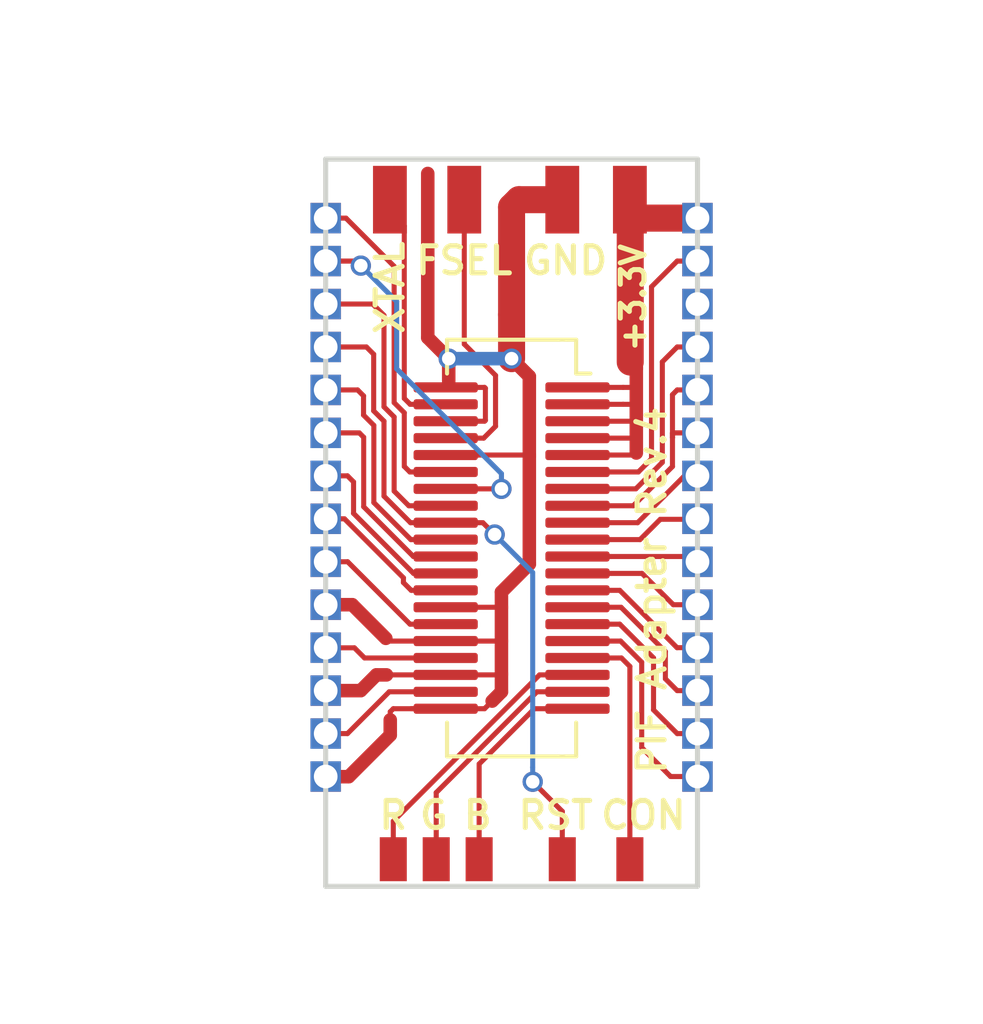
<source format=kicad_pcb>
(kicad_pcb (version 20171130) (host pcbnew "(5.1.5)-3")

  (general
    (thickness 1.6)
    (drawings 20)
    (tracks 210)
    (zones 0)
    (modules 11)
    (nets 31)
  )

  (page A4)
  (title_block
    (title "UltraPIF Adapter")
    (date 2020-03-04)
    (rev 4)
  )

  (layers
    (0 F.Cu signal)
    (31 B.Cu signal)
    (32 B.Adhes user)
    (33 F.Adhes user)
    (34 B.Paste user)
    (35 F.Paste user)
    (36 B.SilkS user)
    (37 F.SilkS user)
    (38 B.Mask user hide)
    (39 F.Mask user hide)
    (40 Dwgs.User user)
    (41 Cmts.User user)
    (42 Eco1.User user)
    (43 Eco2.User user)
    (44 Edge.Cuts user)
    (45 Margin user)
    (46 B.CrtYd user)
    (47 F.CrtYd user)
    (48 B.Fab user hide)
    (49 F.Fab user hide)
  )

  (setup
    (last_trace_width 0.15)
    (user_trace_width 0.4)
    (user_trace_width 0.8)
    (trace_clearance 0.15)
    (zone_clearance 0.508)
    (zone_45_only no)
    (trace_min 0.15)
    (via_size 0.6)
    (via_drill 0.4)
    (via_min_size 0.4)
    (via_min_drill 0.3)
    (uvia_size 0.3)
    (uvia_drill 0.1)
    (uvias_allowed no)
    (uvia_min_size 0.2)
    (uvia_min_drill 0.1)
    (edge_width 0.15)
    (segment_width 0.2)
    (pcb_text_width 0.3)
    (pcb_text_size 1.5 1.5)
    (mod_edge_width 0.15)
    (mod_text_size 1 1)
    (mod_text_width 0.15)
    (pad_size 1.475 2.15)
    (pad_drill 0)
    (pad_to_mask_clearance 0.15)
    (solder_mask_min_width 0.3)
    (aux_axis_origin 141 95.5)
    (visible_elements 7FFFFFFF)
    (pcbplotparams
      (layerselection 0x010f0_ffffffff)
      (usegerberextensions false)
      (usegerberattributes false)
      (usegerberadvancedattributes false)
      (creategerberjobfile false)
      (excludeedgelayer true)
      (linewidth 0.100000)
      (plotframeref false)
      (viasonmask false)
      (mode 1)
      (useauxorigin false)
      (hpglpennumber 1)
      (hpglpenspeed 20)
      (hpglpendiameter 15.000000)
      (psnegative false)
      (psa4output false)
      (plotreference true)
      (plotvalue false)
      (plotinvisibletext false)
      (padsonsilk false)
      (subtractmaskfromsilk false)
      (outputformat 1)
      (mirror false)
      (drillshape 0)
      (scaleselection 1)
      (outputdirectory "gerber"))
  )

  (net 0 "")
  (net 1 /CLK_CIC_EEP)
  (net 2 /RC_POR)
  (net 3 /CIC_DCLK)
  (net 4 /OUTPUT_RST)
  (net 5 /CIC_DIO)
  (net 6 /COLD_RESET)
  (net 7 /NMI_CPU)
  (net 8 /EN_PIF)
  (net 9 /CLK_PIF)
  (net 10 GND)
  (net 11 /ADR_PIF)
  (net 12 /DAT_PIF)
  (net 13 /P1_DAT_OUT)
  (net 14 /P1_DAT_IN)
  (net 15 /P2_DAT_OUT)
  (net 16 /P2_DAT_IN)
  (net 17 /P3_DAT_OUT)
  (net 18 /P3_DAT_IN)
  (net 19 /P4_DAT_OUT)
  (net 20 /P4_DAT_IN)
  (net 21 /EEP_DATA)
  (net 22 /INT_CPU)
  (net 23 /RESET_BTN)
  (net 24 +3V3)
  (net 25 /CLK_FSO_5)
  (net 26 /CLK_FSC)
  (net 27 /CON1)
  (net 28 /RED)
  (net 29 /GREEN)
  (net 30 /BLUE)

  (net_class Default "Dies ist die voreingestellte Netzklasse."
    (clearance 0.15)
    (trace_width 0.15)
    (via_dia 0.6)
    (via_drill 0.4)
    (uvia_dia 0.3)
    (uvia_drill 0.1)
    (add_net +3V3)
    (add_net /ADR_PIF)
    (add_net /BLUE)
    (add_net /CIC_DCLK)
    (add_net /CIC_DIO)
    (add_net /CLK_CIC_EEP)
    (add_net /CLK_FSC)
    (add_net /CLK_FSO_5)
    (add_net /CLK_PIF)
    (add_net /COLD_RESET)
    (add_net /CON1)
    (add_net /DAT_PIF)
    (add_net /EEP_DATA)
    (add_net /EN_PIF)
    (add_net /GREEN)
    (add_net /INT_CPU)
    (add_net /NMI_CPU)
    (add_net /OUTPUT_RST)
    (add_net /P1_DAT_IN)
    (add_net /P1_DAT_OUT)
    (add_net /P2_DAT_IN)
    (add_net /P2_DAT_OUT)
    (add_net /P3_DAT_IN)
    (add_net /P3_DAT_OUT)
    (add_net /P4_DAT_IN)
    (add_net /P4_DAT_OUT)
    (add_net /RC_POR)
    (add_net /RED)
    (add_net /RESET_BTN)
    (add_net GND)
  )

  (module pif_adapter:Hirose_DF12D-40DP-0.5V_2x20_P0.50mm_Vertical (layer F.Cu) (tedit 5E501D29) (tstamp 5E08B416)
    (at 146.5 107 270)
    (tags "connector Hirose DF12 vertical")
    (path /5E090524)
    (attr smd)
    (fp_text reference P1 (at 0 4.2 90) (layer F.SilkS) hide
      (effects (font (size 1 1) (thickness 0.15)))
    )
    (fp_text value Conn_02x20_Odd_Even (at 0 5.6 90) (layer F.Fab)
      (effects (font (size 1 1) (thickness 0.15)))
    )
    (fp_line (start -6.05 1.8) (end -6.05 -1.8) (layer F.Fab) (width 0.1))
    (fp_line (start -6.05 -1.8) (end 6.05 -1.8) (layer F.Fab) (width 0.1))
    (fp_line (start 6.05 -1.8) (end 6.05 1.8) (layer F.Fab) (width 0.1))
    (fp_line (start 6.05 1.8) (end -6.05 1.8) (layer F.Fab) (width 0.1))
    (fp_line (start -5.3 1.2) (end -5.3 -1.2) (layer F.Fab) (width 0.1))
    (fp_line (start -5.3 -1.2) (end 5.3 -1.2) (layer F.Fab) (width 0.1))
    (fp_line (start 5.3 -1.2) (end 5.3 1.2) (layer F.Fab) (width 0.1))
    (fp_line (start 5.3 1.2) (end -5.3 1.2) (layer F.Fab) (width 0.1))
    (fp_line (start -4.95 -2.55) (end -4.75 -1.8) (layer F.Fab) (width 0.1))
    (fp_line (start -4.75 -1.8) (end -4.55 -2.55) (layer F.Fab) (width 0.1))
    (fp_line (start -4.55 -2.55) (end -4.95 -2.55) (layer F.Fab) (width 0.1))
    (fp_line (start -5.16 1.91) (end -6.16 1.91) (layer F.SilkS) (width 0.12))
    (fp_line (start -6.16 1.91) (end -6.16 -1.91) (layer F.SilkS) (width 0.12))
    (fp_line (start -6.16 -1.91) (end -5.16 -1.91) (layer F.SilkS) (width 0.12))
    (fp_line (start -5.16 -1.91) (end -5.16 -2.333333) (layer F.SilkS) (width 0.12))
    (fp_line (start 5.16 1.91) (end 6.16 1.91) (layer F.SilkS) (width 0.12))
    (fp_line (start 6.16 1.91) (end 6.16 -1.91) (layer F.SilkS) (width 0.12))
    (fp_line (start 6.16 -1.91) (end 5.16 -1.91) (layer F.SilkS) (width 0.12))
    (fp_line (start -6.55 -3.1) (end -6.55 3.1) (layer F.CrtYd) (width 0.05))
    (fp_line (start -6.55 3.1) (end 6.55 3.1) (layer F.CrtYd) (width 0.05))
    (fp_line (start 6.55 3.1) (end 6.55 -3.1) (layer F.CrtYd) (width 0.05))
    (fp_line (start 6.55 -3.1) (end -6.55 -3.1) (layer F.CrtYd) (width 0.05))
    (fp_text user %R (at 0 -1.1 90) (layer F.Fab)
      (effects (font (size 1 1) (thickness 0.15)))
    )
    (pad 2 smd roundrect (at -4.75 -1.95 270) (size 0.3 1.9) (layers F.Cu F.Mask) (roundrect_rratio 0.25)
      (net 24 +3V3))
    (pad 4 smd roundrect (at -4.25 -1.95 270) (size 0.3 1.9) (layers F.Cu F.Mask) (roundrect_rratio 0.25)
      (net 24 +3V3))
    (pad 6 smd roundrect (at -3.75 -1.95 270) (size 0.3 1.9) (layers F.Cu F.Mask) (roundrect_rratio 0.25)
      (net 24 +3V3))
    (pad 8 smd roundrect (at -3.25 -1.95 270) (size 0.3 1.9) (layers F.Cu F.Mask) (roundrect_rratio 0.25)
      (net 24 +3V3))
    (pad 10 smd roundrect (at -2.75 -1.95 270) (size 0.3 1.9) (layers F.Cu F.Mask) (roundrect_rratio 0.25)
      (net 24 +3V3))
    (pad 12 smd roundrect (at -2.25 -1.95 270) (size 0.3 1.9) (layers F.Cu F.Mask) (roundrect_rratio 0.25)
      (net 23 /RESET_BTN))
    (pad 14 smd roundrect (at -1.75 -1.95 270) (size 0.3 1.9) (layers F.Cu F.Mask) (roundrect_rratio 0.25)
      (net 22 /INT_CPU))
    (pad 16 smd roundrect (at -1.25 -1.95 270) (size 0.3 1.9) (layers F.Cu F.Mask) (roundrect_rratio 0.25)
      (net 21 /EEP_DATA))
    (pad 18 smd roundrect (at -0.75 -1.95 270) (size 0.3 1.9) (layers F.Cu F.Mask) (roundrect_rratio 0.25)
      (net 20 /P4_DAT_IN))
    (pad 20 smd roundrect (at -0.25 -1.95 270) (size 0.3 1.9) (layers F.Cu F.Mask) (roundrect_rratio 0.25)
      (net 19 /P4_DAT_OUT))
    (pad 22 smd roundrect (at 0.25 -1.95 270) (size 0.3 1.9) (layers F.Cu F.Mask) (roundrect_rratio 0.25)
      (net 18 /P3_DAT_IN))
    (pad 24 smd roundrect (at 0.75 -1.95 270) (size 0.3 1.9) (layers F.Cu F.Mask) (roundrect_rratio 0.25)
      (net 17 /P3_DAT_OUT))
    (pad 26 smd roundrect (at 1.25 -1.95 270) (size 0.3 1.9) (layers F.Cu F.Mask) (roundrect_rratio 0.25)
      (net 16 /P2_DAT_IN))
    (pad 28 smd roundrect (at 1.75 -1.95 270) (size 0.3 1.9) (layers F.Cu F.Mask) (roundrect_rratio 0.25)
      (net 15 /P2_DAT_OUT))
    (pad 30 smd roundrect (at 2.25 -1.95 270) (size 0.3 1.9) (layers F.Cu F.Mask) (roundrect_rratio 0.25)
      (net 14 /P1_DAT_IN))
    (pad 32 smd roundrect (at 2.75 -1.95 270) (size 0.3 1.9) (layers F.Cu F.Mask) (roundrect_rratio 0.25)
      (net 13 /P1_DAT_OUT))
    (pad 34 smd roundrect (at 3.25 -1.95 270) (size 0.3 1.9) (layers F.Cu F.Mask) (roundrect_rratio 0.25)
      (net 27 /CON1))
    (pad 36 smd roundrect (at 3.75 -1.95 270) (size 0.3 1.9) (layers F.Cu F.Mask) (roundrect_rratio 0.25)
      (net 28 /RED))
    (pad 38 smd roundrect (at 4.25 -1.95 270) (size 0.3 1.9) (layers F.Cu F.Mask) (roundrect_rratio 0.25)
      (net 29 /GREEN))
    (pad 40 smd roundrect (at 4.75 -1.95 270) (size 0.3 1.9) (layers F.Cu F.Mask) (roundrect_rratio 0.25)
      (net 30 /BLUE))
    (pad 1 smd roundrect (at -4.75 1.95 270) (size 0.3 1.9) (layers F.Cu F.Mask) (roundrect_rratio 0.25)
      (net 10 GND))
    (pad 3 smd roundrect (at -4.25 1.95 270) (size 0.3 1.9) (layers F.Cu F.Mask) (roundrect_rratio 0.25)
      (net 25 /CLK_FSO_5))
    (pad 5 smd roundrect (at -3.75 1.95 270) (size 0.3 1.9) (layers F.Cu F.Mask) (roundrect_rratio 0.25)
      (net 10 GND))
    (pad 7 smd roundrect (at -3.25 1.95 270) (size 0.3 1.9) (layers F.Cu F.Mask) (roundrect_rratio 0.25)
      (net 26 /CLK_FSC))
    (pad 9 smd roundrect (at -2.75 1.95 270) (size 0.3 1.9) (layers F.Cu F.Mask) (roundrect_rratio 0.25)
      (net 10 GND))
    (pad 11 smd roundrect (at -2.25 1.95 270) (size 0.3 1.9) (layers F.Cu F.Mask) (roundrect_rratio 0.25)
      (net 1 /CLK_CIC_EEP))
    (pad 13 smd roundrect (at -1.75 1.95 270) (size 0.3 1.9) (layers F.Cu F.Mask) (roundrect_rratio 0.25)
      (net 2 /RC_POR))
    (pad 15 smd roundrect (at -1.25 1.95 270) (size 0.3 1.9) (layers F.Cu F.Mask) (roundrect_rratio 0.25)
      (net 3 /CIC_DCLK))
    (pad 17 smd roundrect (at -0.75 1.95 270) (size 0.3 1.9) (layers F.Cu F.Mask) (roundrect_rratio 0.25)
      (net 4 /OUTPUT_RST))
    (pad 19 smd roundrect (at -0.25 1.95 270) (size 0.3 1.9) (layers F.Cu F.Mask) (roundrect_rratio 0.25)
      (net 5 /CIC_DIO))
    (pad 21 smd roundrect (at 0.25 1.95 270) (size 0.3 1.9) (layers F.Cu F.Mask) (roundrect_rratio 0.25)
      (net 6 /COLD_RESET))
    (pad 23 smd roundrect (at 0.75 1.95 270) (size 0.3 1.9) (layers F.Cu F.Mask) (roundrect_rratio 0.25)
      (net 7 /NMI_CPU))
    (pad 25 smd roundrect (at 1.25 1.95 270) (size 0.3 1.9) (layers F.Cu F.Mask) (roundrect_rratio 0.25)
      (net 8 /EN_PIF))
    (pad 27 smd roundrect (at 1.75 1.95 270) (size 0.3 1.9) (layers F.Cu F.Mask) (roundrect_rratio 0.25)
      (net 10 GND))
    (pad 29 smd roundrect (at 2.25 1.95 270) (size 0.3 1.9) (layers F.Cu F.Mask) (roundrect_rratio 0.25)
      (net 9 /CLK_PIF))
    (pad 31 smd roundrect (at 2.75 1.95 270) (size 0.3 1.9) (layers F.Cu F.Mask) (roundrect_rratio 0.25)
      (net 10 GND))
    (pad 33 smd roundrect (at 3.25 1.95 270) (size 0.3 1.9) (layers F.Cu F.Mask) (roundrect_rratio 0.25)
      (net 11 /ADR_PIF))
    (pad 35 smd roundrect (at 3.75 1.95 270) (size 0.3 1.9) (layers F.Cu F.Mask) (roundrect_rratio 0.25)
      (net 10 GND))
    (pad 37 smd roundrect (at 4.25 1.95 270) (size 0.3 1.9) (layers F.Cu F.Mask) (roundrect_rratio 0.25)
      (net 12 /DAT_PIF))
    (pad 39 smd roundrect (at 4.75 1.95 270) (size 0.3 1.9) (layers F.Cu F.Mask) (roundrect_rratio 0.25)
      (net 10 GND))
    (pad "" smd rect (at -4.75 -2 270) (size 0.28 1.2) (layers F.Paste))
    (pad "" smd rect (at -4.25 -2 270) (size 0.28 1.2) (layers F.Paste))
    (pad "" smd rect (at -3.75 -2 270) (size 0.28 1.2) (layers F.Paste))
    (pad "" smd rect (at -3.25 -2 270) (size 0.28 1.2) (layers F.Paste))
    (pad "" smd rect (at -2.75 -2 270) (size 0.28 1.2) (layers F.Paste))
    (pad "" smd rect (at -2.25 -2 270) (size 0.28 1.2) (layers F.Paste))
    (pad "" smd rect (at -1.75 -2 270) (size 0.28 1.2) (layers F.Paste))
    (pad "" smd rect (at -1.25 -2 270) (size 0.28 1.2) (layers F.Paste))
    (pad "" smd rect (at -0.75 -2 270) (size 0.28 1.2) (layers F.Paste))
    (pad "" smd rect (at -0.25 -2 270) (size 0.28 1.2) (layers F.Paste))
    (pad "" smd rect (at 0.25 -2 270) (size 0.28 1.2) (layers F.Paste))
    (pad "" smd rect (at 0.75 -2 270) (size 0.28 1.2) (layers F.Paste))
    (pad "" smd rect (at 1.25 -2 270) (size 0.28 1.2) (layers F.Paste))
    (pad "" smd rect (at 1.75 -2 270) (size 0.28 1.2) (layers F.Paste))
    (pad "" smd rect (at 2.25 -2 270) (size 0.28 1.2) (layers F.Paste))
    (pad "" smd rect (at 2.75 -2 270) (size 0.28 1.2) (layers F.Paste))
    (pad "" smd rect (at 3.25 -2 270) (size 0.28 1.2) (layers F.Paste))
    (pad "" smd rect (at 3.75 -2 270) (size 0.28 1.2) (layers F.Paste))
    (pad "" smd rect (at 4.25 -2 270) (size 0.28 1.2) (layers F.Paste))
    (pad "" smd rect (at 4.75 -2 270) (size 0.28 1.2) (layers F.Paste))
    (pad "" smd rect (at -4.75 2 270) (size 0.28 1.2) (layers F.Paste))
    (pad "" smd rect (at -4.25 2 270) (size 0.28 1.2) (layers F.Paste))
    (pad "" smd rect (at -3.75 2 270) (size 0.28 1.2) (layers F.Paste))
    (pad "" smd rect (at -3.25 2 270) (size 0.28 1.2) (layers F.Paste))
    (pad "" smd rect (at -2.75 2 270) (size 0.28 1.2) (layers F.Paste))
    (pad "" smd rect (at -2.25 2 270) (size 0.28 1.2) (layers F.Paste))
    (pad "" smd rect (at -1.75 2 270) (size 0.28 1.2) (layers F.Paste))
    (pad "" smd rect (at -1.25 2 270) (size 0.28 1.2) (layers F.Paste))
    (pad "" smd rect (at -0.75 2 270) (size 0.28 1.2) (layers F.Paste))
    (pad "" smd rect (at -0.25 2 270) (size 0.28 1.2) (layers F.Paste))
    (pad "" smd rect (at 0.25 2 270) (size 0.28 1.2) (layers F.Paste))
    (pad "" smd rect (at 0.75 2 270) (size 0.28 1.2) (layers F.Paste))
    (pad "" smd rect (at 1.25 2 270) (size 0.28 1.2) (layers F.Paste))
    (pad "" smd rect (at 1.75 2 270) (size 0.28 1.2) (layers F.Paste))
    (pad "" smd rect (at 2.25 2 270) (size 0.28 1.2) (layers F.Paste))
    (pad "" smd rect (at 2.75 2 270) (size 0.28 1.2) (layers F.Paste))
    (pad "" smd rect (at 3.25 2 270) (size 0.28 1.2) (layers F.Paste))
    (pad "" smd rect (at 3.75 2 270) (size 0.28 1.2) (layers F.Paste))
    (pad "" smd rect (at 4.25 2 270) (size 0.28 1.2) (layers F.Paste))
    (pad "" smd rect (at 4.75 2 270) (size 0.28 1.2) (layers F.Paste))
    (pad "" np_thru_hole circle (at -5.8 -1.5 270) (size 0.6 0.6) (drill 0.6) (layers *.Cu *.Mask))
    (pad "" np_thru_hole circle (at 5.8 -1.5 270) (size 0.6 0.6) (drill 0.6) (layers *.Cu *.Mask))
    (model "${KIPRJMOD}/shapes3D/DF12D(4.0)-40DP.stp"
      (at (xyz 0 0 0))
      (scale (xyz 1 1 1))
      (rotate (xyz 0 0 0))
    )
  )

  (module pif_adapter:SOIC28_11mm-Width_Solder_Adapter (layer F.Cu) (tedit 5BF3288A) (tstamp 5E09C4DC)
    (at 146.5 105.5 270)
    (path /5E0A3DF2)
    (fp_text reference P2 (at 0 2.5 90) (layer F.SilkS) hide
      (effects (font (size 1 1) (thickness 0.15)))
    )
    (fp_text value PIF-NUS (at 0 -2.4 90) (layer F.Fab) hide
      (effects (font (size 1 1) (thickness 0.15)))
    )
    (pad 28 thru_hole rect (at -8.255 -5.5 270) (size 0.9 0.9) (drill 0.7) (layers *.Cu *.Mask)
      (net 24 +3V3))
    (pad 27 thru_hole rect (at -6.985 -5.5 270) (size 0.9 0.9) (drill 0.7) (layers *.Cu *.Mask)
      (net 23 /RESET_BTN))
    (pad 26 thru_hole rect (at -5.715 -5.5 270) (size 0.9 0.9) (drill 0.7) (layers *.Cu *.Mask))
    (pad 25 thru_hole rect (at -4.445 -5.5 270) (size 0.9 0.9) (drill 0.7) (layers *.Cu *.Mask)
      (net 22 /INT_CPU))
    (pad 24 thru_hole rect (at -3.175 -5.5 270) (size 0.9 0.9) (drill 0.7) (layers *.Cu *.Mask)
      (net 21 /EEP_DATA))
    (pad 23 thru_hole rect (at -1.905 -5.5 270) (size 0.9 0.9) (drill 0.7) (layers *.Cu *.Mask)
      (net 21 /EEP_DATA))
    (pad 22 thru_hole rect (at -0.635 -5.5 270) (size 0.9 0.9) (drill 0.7) (layers *.Cu *.Mask)
      (net 20 /P4_DAT_IN))
    (pad 21 thru_hole rect (at 0.635 -5.5 270) (size 0.9 0.9) (drill 0.7) (layers *.Cu *.Mask)
      (net 19 /P4_DAT_OUT))
    (pad 20 thru_hole rect (at 1.905 -5.5 270) (size 0.9 0.9) (drill 0.7) (layers *.Cu *.Mask)
      (net 18 /P3_DAT_IN))
    (pad 19 thru_hole rect (at 3.175 -5.5 270) (size 0.9 0.9) (drill 0.7) (layers *.Cu *.Mask)
      (net 17 /P3_DAT_OUT))
    (pad 18 thru_hole rect (at 4.445 -5.5 270) (size 0.9 0.9) (drill 0.7) (layers *.Cu *.Mask)
      (net 16 /P2_DAT_IN))
    (pad 17 thru_hole rect (at 5.715 -5.5 270) (size 0.9 0.9) (drill 0.7) (layers *.Cu *.Mask)
      (net 15 /P2_DAT_OUT))
    (pad 16 thru_hole rect (at 6.985 -5.5 270) (size 0.9 0.9) (drill 0.7) (layers *.Cu *.Mask)
      (net 14 /P1_DAT_IN))
    (pad 15 thru_hole rect (at 8.255 -5.5 270) (size 0.9 0.9) (drill 0.7) (layers *.Cu *.Mask)
      (net 13 /P1_DAT_OUT))
    (pad 14 thru_hole rect (at 8.255 5.5 270) (size 0.9 0.9) (drill 0.7) (layers *.Cu *.Mask)
      (net 10 GND))
    (pad 13 thru_hole rect (at 6.985 5.5 270) (size 0.9 0.9) (drill 0.7) (layers *.Cu *.Mask)
      (net 12 /DAT_PIF))
    (pad 12 thru_hole rect (at 5.715 5.5 270) (size 0.9 0.9) (drill 0.7) (layers *.Cu *.Mask)
      (net 10 GND))
    (pad 11 thru_hole rect (at 4.445 5.5 270) (size 0.9 0.9) (drill 0.7) (layers *.Cu *.Mask)
      (net 11 /ADR_PIF))
    (pad 10 thru_hole rect (at 3.175 5.5 270) (size 0.9 0.9) (drill 0.7) (layers *.Cu *.Mask)
      (net 10 GND))
    (pad 9 thru_hole rect (at 1.905 5.5 270) (size 0.9 0.9) (drill 0.7) (layers *.Cu *.Mask)
      (net 9 /CLK_PIF))
    (pad 8 thru_hole rect (at 0.635 5.5 270) (size 0.9 0.9) (drill 0.7) (layers *.Cu *.Mask)
      (net 8 /EN_PIF))
    (pad 7 thru_hole rect (at -0.635 5.5 270) (size 0.9 0.9) (drill 0.7) (layers *.Cu *.Mask)
      (net 7 /NMI_CPU))
    (pad 6 thru_hole rect (at -1.905 5.5 270) (size 0.9 0.9) (drill 0.7) (layers *.Cu *.Mask)
      (net 6 /COLD_RESET))
    (pad 5 thru_hole rect (at -3.175 5.5 270) (size 0.9 0.9) (drill 0.7) (layers *.Cu *.Mask)
      (net 5 /CIC_DIO))
    (pad 4 thru_hole rect (at -4.445 5.5 270) (size 0.9 0.9) (drill 0.7) (layers *.Cu *.Mask)
      (net 4 /OUTPUT_RST))
    (pad 3 thru_hole rect (at -5.715 5.5 270) (size 0.9 0.9) (drill 0.7) (layers *.Cu *.Mask)
      (net 3 /CIC_DCLK))
    (pad 2 thru_hole rect (at -6.985 5.5 270) (size 0.9 0.9) (drill 0.7) (layers *.Cu *.Mask)
      (net 2 /RC_POR))
    (pad 1 thru_hole rect (at -8.255 5.5 270) (size 0.9 0.9) (drill 0.7) (layers *.Cu *.Mask)
      (net 1 /CLK_CIC_EEP))
  )

  (module pif_adapter:SolderWirePad_1x01_SMD_1x2mm (layer F.Cu) (tedit 5E08B24B) (tstamp 5E08B47C)
    (at 145.1 96.7)
    (descr "Wire Pad, Square, SMD Pad,  5mm x 10mm,")
    (tags "MesurementPoint Square SMDPad 5mmx10mm ")
    (path /5E0A515D)
    (attr smd virtual)
    (fp_text reference P6 (at 0 -1.8) (layer F.SilkS) hide
      (effects (font (size 1 1) (thickness 0.15)))
    )
    (fp_text value Conn_01x01 (at 0 3.3) (layer F.Fab)
      (effects (font (size 1 1) (thickness 0.15)))
    )
    (fp_text user %R (at 0 1.9) (layer F.Fab)
      (effects (font (size 1 1) (thickness 0.15)))
    )
    (fp_line (start 0.6 1.1) (end 0.6 -1.1) (layer F.CrtYd) (width 0.05))
    (fp_line (start -0.6 -1.1) (end -0.6 1.1) (layer F.CrtYd) (width 0.05))
    (fp_line (start -0.6 -1.1) (end 0.6 -1.1) (layer F.CrtYd) (width 0.05))
    (fp_line (start -0.6 1.1) (end 0.6 1.1) (layer F.CrtYd) (width 0.05))
    (pad 1 smd rect (at 0 0) (size 1 2) (layers F.Cu F.Paste F.Mask)
      (net 26 /CLK_FSC))
  )

  (module pif_adapter:SolderWirePad_1x01_SMD_1x2mm (layer F.Cu) (tedit 5E08B24B) (tstamp 5E08B472)
    (at 142.9 96.7)
    (descr "Wire Pad, Square, SMD Pad,  5mm x 10mm,")
    (tags "MesurementPoint Square SMDPad 5mmx10mm ")
    (path /5E0A4ED2)
    (attr smd virtual)
    (fp_text reference P5 (at 0 -1.8) (layer F.SilkS) hide
      (effects (font (size 1 1) (thickness 0.15)))
    )
    (fp_text value Conn_01x01 (at 0 3.3) (layer F.Fab)
      (effects (font (size 1 1) (thickness 0.15)))
    )
    (fp_text user %R (at 0 1.9) (layer F.Fab)
      (effects (font (size 1 1) (thickness 0.15)))
    )
    (fp_line (start 0.6 1.1) (end 0.6 -1.1) (layer F.CrtYd) (width 0.05))
    (fp_line (start -0.6 -1.1) (end -0.6 1.1) (layer F.CrtYd) (width 0.05))
    (fp_line (start -0.6 -1.1) (end 0.6 -1.1) (layer F.CrtYd) (width 0.05))
    (fp_line (start -0.6 1.1) (end 0.6 1.1) (layer F.CrtYd) (width 0.05))
    (pad 1 smd rect (at 0 0) (size 1 2) (layers F.Cu F.Paste F.Mask)
      (net 25 /CLK_FSO_5))
  )

  (module pif_adapter:SolderWirePad_1x01_SMD_1x2mm (layer F.Cu) (tedit 5E08B24B) (tstamp 5E08B468)
    (at 148 96.7)
    (descr "Wire Pad, Square, SMD Pad,  5mm x 10mm,")
    (tags "MesurementPoint Square SMDPad 5mmx10mm ")
    (path /5E0A4B75)
    (attr smd virtual)
    (fp_text reference P4 (at 0 -1.8) (layer F.SilkS) hide
      (effects (font (size 1 1) (thickness 0.15)))
    )
    (fp_text value Conn_01x01 (at 0 3.3) (layer F.Fab)
      (effects (font (size 1 1) (thickness 0.15)))
    )
    (fp_text user %R (at 0 1.9) (layer F.Fab)
      (effects (font (size 1 1) (thickness 0.15)))
    )
    (fp_line (start 0.6 1.1) (end 0.6 -1.1) (layer F.CrtYd) (width 0.05))
    (fp_line (start -0.6 -1.1) (end -0.6 1.1) (layer F.CrtYd) (width 0.05))
    (fp_line (start -0.6 -1.1) (end 0.6 -1.1) (layer F.CrtYd) (width 0.05))
    (fp_line (start -0.6 1.1) (end 0.6 1.1) (layer F.CrtYd) (width 0.05))
    (pad 1 smd rect (at 0 0) (size 1 2) (layers F.Cu F.Paste F.Mask)
      (net 10 GND))
  )

  (module pif_adapter:SolderWirePad_1x01_SMD_1x2mm (layer F.Cu) (tedit 5E08B24B) (tstamp 5E08B45E)
    (at 150 96.7)
    (descr "Wire Pad, Square, SMD Pad,  5mm x 10mm,")
    (tags "MesurementPoint Square SMDPad 5mmx10mm ")
    (path /5E09AA02)
    (attr smd virtual)
    (fp_text reference P3 (at 0 -1.8) (layer F.SilkS) hide
      (effects (font (size 1 1) (thickness 0.15)))
    )
    (fp_text value Conn_01x01 (at 0 3.3) (layer F.Fab)
      (effects (font (size 1 1) (thickness 0.15)))
    )
    (fp_text user %R (at 0 1.9) (layer F.Fab)
      (effects (font (size 1 1) (thickness 0.15)))
    )
    (fp_line (start 0.6 1.1) (end 0.6 -1.1) (layer F.CrtYd) (width 0.05))
    (fp_line (start -0.6 -1.1) (end -0.6 1.1) (layer F.CrtYd) (width 0.05))
    (fp_line (start -0.6 -1.1) (end 0.6 -1.1) (layer F.CrtYd) (width 0.05))
    (fp_line (start -0.6 1.1) (end 0.6 1.1) (layer F.CrtYd) (width 0.05))
    (pad 1 smd rect (at 0 0) (size 1 2) (layers F.Cu F.Paste F.Mask)
      (net 24 +3V3))
  )

  (module pif_adapter:SolderWirePad_1x01_SMD_0.8x1.3mm (layer F.Cu) (tedit 5E0875E7) (tstamp 5E08B4AE)
    (at 148 116.2)
    (descr "Wire Pad, Square, SMD Pad,  5mm x 10mm,")
    (tags "MesurementPoint Square SMDPad 5mmx10mm ")
    (path /5E0A68BF)
    (fp_text reference P11 (at 0 1.7) (layer F.SilkS) hide
      (effects (font (size 1 1) (thickness 0.15)))
    )
    (fp_text value Conn_01x01 (at 0 6.35) (layer F.Fab)
      (effects (font (size 1 1) (thickness 0.15)))
    )
    (fp_line (start -0.6 0.85) (end 0.6 0.85) (layer F.CrtYd) (width 0.05))
    (fp_line (start -0.6 -0.85) (end 0.6 -0.85) (layer F.CrtYd) (width 0.05))
    (fp_line (start -0.6 -0.85) (end -0.6 0.85) (layer F.CrtYd) (width 0.05))
    (fp_line (start 0.6 0.85) (end 0.6 -0.85) (layer F.CrtYd) (width 0.05))
    (fp_text user %R (at 0 0) (layer F.Fab)
      (effects (font (size 1 1) (thickness 0.15)))
    )
    (pad 1 smd rect (at 0 0) (size 0.8 1.3) (layers F.Cu F.Paste F.Mask)
      (net 4 /OUTPUT_RST))
  )

  (module pif_adapter:SolderWirePad_1x01_SMD_0.8x1.3mm (layer F.Cu) (tedit 5E0875E7) (tstamp 5E08B4A4)
    (at 150 116.2)
    (descr "Wire Pad, Square, SMD Pad,  5mm x 10mm,")
    (tags "MesurementPoint Square SMDPad 5mmx10mm ")
    (path /5E0A5D2A)
    (fp_text reference P10 (at 0 1.7) (layer F.SilkS) hide
      (effects (font (size 1 1) (thickness 0.15)))
    )
    (fp_text value Conn_01x01 (at 0 6.35) (layer F.Fab)
      (effects (font (size 1 1) (thickness 0.15)))
    )
    (fp_line (start -0.6 0.85) (end 0.6 0.85) (layer F.CrtYd) (width 0.05))
    (fp_line (start -0.6 -0.85) (end 0.6 -0.85) (layer F.CrtYd) (width 0.05))
    (fp_line (start -0.6 -0.85) (end -0.6 0.85) (layer F.CrtYd) (width 0.05))
    (fp_line (start 0.6 0.85) (end 0.6 -0.85) (layer F.CrtYd) (width 0.05))
    (fp_text user %R (at 0 0) (layer F.Fab)
      (effects (font (size 1 1) (thickness 0.15)))
    )
    (pad 1 smd rect (at 0 0) (size 0.8 1.3) (layers F.Cu F.Paste F.Mask)
      (net 27 /CON1))
  )

  (module pif_adapter:SolderWirePad_1x01_SMD_0.8x1.3mm (layer F.Cu) (tedit 5E0875E7) (tstamp 5E08B49A)
    (at 145.54 116.2)
    (descr "Wire Pad, Square, SMD Pad,  5mm x 10mm,")
    (tags "MesurementPoint Square SMDPad 5mmx10mm ")
    (path /5E0A5ACD)
    (fp_text reference P9 (at 0 1.7) (layer F.SilkS) hide
      (effects (font (size 1 1) (thickness 0.15)))
    )
    (fp_text value Conn_01x01 (at 0 6.35) (layer F.Fab)
      (effects (font (size 1 1) (thickness 0.15)))
    )
    (fp_line (start -0.6 0.85) (end 0.6 0.85) (layer F.CrtYd) (width 0.05))
    (fp_line (start -0.6 -0.85) (end 0.6 -0.85) (layer F.CrtYd) (width 0.05))
    (fp_line (start -0.6 -0.85) (end -0.6 0.85) (layer F.CrtYd) (width 0.05))
    (fp_line (start 0.6 0.85) (end 0.6 -0.85) (layer F.CrtYd) (width 0.05))
    (fp_text user %R (at 0 0) (layer F.Fab)
      (effects (font (size 1 1) (thickness 0.15)))
    )
    (pad 1 smd rect (at 0 0) (size 0.8 1.3) (layers F.Cu F.Paste F.Mask)
      (net 30 /BLUE))
  )

  (module pif_adapter:SolderWirePad_1x01_SMD_0.8x1.3mm (layer F.Cu) (tedit 5E0875E7) (tstamp 5E08B490)
    (at 144.27 116.2)
    (descr "Wire Pad, Square, SMD Pad,  5mm x 10mm,")
    (tags "MesurementPoint Square SMDPad 5mmx10mm ")
    (path /5E0A57BF)
    (attr smd virtual)
    (fp_text reference P8 (at 0.03 1.7) (layer F.SilkS) hide
      (effects (font (size 1 1) (thickness 0.15)))
    )
    (fp_text value Conn_01x01 (at 0 6.35) (layer F.Fab)
      (effects (font (size 1 1) (thickness 0.15)))
    )
    (fp_line (start -0.6 0.85) (end 0.6 0.85) (layer F.CrtYd) (width 0.05))
    (fp_line (start -0.6 -0.85) (end 0.6 -0.85) (layer F.CrtYd) (width 0.05))
    (fp_line (start -0.6 -0.85) (end -0.6 0.85) (layer F.CrtYd) (width 0.05))
    (fp_line (start 0.6 0.85) (end 0.6 -0.85) (layer F.CrtYd) (width 0.05))
    (fp_text user %R (at 0 0) (layer F.Fab)
      (effects (font (size 1 1) (thickness 0.15)))
    )
    (pad 1 smd rect (at 0 0) (size 0.8 1.3) (layers F.Cu F.Paste F.Mask)
      (net 29 /GREEN))
  )

  (module pif_adapter:SolderWirePad_1x01_SMD_0.8x1.3mm (layer F.Cu) (tedit 5E0875E7) (tstamp 5E092EEF)
    (at 143 116.2)
    (descr "Wire Pad, Square, SMD Pad,  5mm x 10mm,")
    (tags "MesurementPoint Square SMDPad 5mmx10mm ")
    (path /5E0A5391)
    (fp_text reference P7 (at 0 1.7) (layer F.SilkS) hide
      (effects (font (size 1 1) (thickness 0.15)))
    )
    (fp_text value Conn_01x01 (at 0 6.35) (layer F.Fab)
      (effects (font (size 1 1) (thickness 0.15)))
    )
    (fp_line (start -0.6 0.85) (end 0.6 0.85) (layer F.CrtYd) (width 0.05))
    (fp_line (start -0.6 -0.85) (end 0.6 -0.85) (layer F.CrtYd) (width 0.05))
    (fp_line (start -0.6 -0.85) (end -0.6 0.85) (layer F.CrtYd) (width 0.05))
    (fp_line (start 0.6 0.85) (end 0.6 -0.85) (layer F.CrtYd) (width 0.05))
    (fp_text user %R (at 0 0) (layer F.Fab)
      (effects (font (size 1 1) (thickness 0.15)))
    )
    (pad 1 smd rect (at 0 0) (size 0.8 1.3) (layers F.Cu F.Paste F.Mask)
      (net 28 /RED))
  )

  (gr_text RST (at 147.8 114.9) (layer F.SilkS) (tstamp 5E0930EA)
    (effects (font (size 0.8 0.8) (thickness 0.15)))
  )
  (dimension 11 (width 0.3) (layer Dwgs.User)
    (gr_text "11,000 mm" (at 146.5 122.45) (layer Dwgs.User)
      (effects (font (size 1.5 1.5) (thickness 0.3)))
    )
    (feature1 (pts (xy 152 117.95) (xy 152 120.936421)))
    (feature2 (pts (xy 141 117.95) (xy 141 120.936421)))
    (crossbar (pts (xy 141 120.35) (xy 152 120.35)))
    (arrow1a (pts (xy 152 120.35) (xy 150.873496 120.936421)))
    (arrow1b (pts (xy 152 120.35) (xy 150.873496 119.763579)))
    (arrow2a (pts (xy 141 120.35) (xy 142.126504 120.936421)))
    (arrow2b (pts (xy 141 120.35) (xy 142.126504 119.763579)))
  )
  (gr_text B (at 145.5 114.9) (layer F.SilkS) (tstamp 5910B50A)
    (effects (font (size 0.8 0.8) (thickness 0.15)))
  )
  (gr_text G (at 144.2 114.9) (layer F.SilkS) (tstamp 5910B504)
    (effects (font (size 0.8 0.8) (thickness 0.15)))
  )
  (gr_text R (at 143 114.9) (layer F.SilkS) (tstamp 5E086538)
    (effects (font (size 0.8 0.8) (thickness 0.15)))
  )
  (gr_text CON (at 150.4 114.9) (layer F.SilkS)
    (effects (font (size 0.8 0.8) (thickness 0.15)))
  )
  (gr_text !!! (at 159.1 96.2) (layer Dwgs.User)
    (effects (font (size 1.5 1.5) (thickness 0.3)))
  )
  (dimension 3.25 (width 0.3) (layer Dwgs.User)
    (gr_text "3,250 mm" (at 156.6 115.375 270) (layer Dwgs.User)
      (effects (font (size 1.5 1.5) (thickness 0.3)))
    )
    (feature1 (pts (xy 152 117) (xy 155.086421 117)))
    (feature2 (pts (xy 152 113.75) (xy 155.086421 113.75)))
    (crossbar (pts (xy 154.5 113.75) (xy 154.5 117)))
    (arrow1a (pts (xy 154.5 117) (xy 153.913579 115.873496)))
    (arrow1b (pts (xy 154.5 117) (xy 155.086421 115.873496)))
    (arrow2a (pts (xy 154.5 113.75) (xy 153.913579 114.876504)))
    (arrow2b (pts (xy 154.5 113.75) (xy 155.086421 114.876504)))
  )
  (dimension 1.75 (width 0.3) (layer Dwgs.User)
    (gr_text "1,750 mm" (at 157.1 96.375 270) (layer Dwgs.User)
      (effects (font (size 1.5 1.5) (thickness 0.3)))
    )
    (feature1 (pts (xy 152 97.25) (xy 155.586421 97.25)))
    (feature2 (pts (xy 152 95.5) (xy 155.586421 95.5)))
    (crossbar (pts (xy 155 95.5) (xy 155 97.25)))
    (arrow1a (pts (xy 155 97.25) (xy 154.413579 96.123496)))
    (arrow1b (pts (xy 155 97.25) (xy 155.586421 96.123496)))
    (arrow2a (pts (xy 155 95.5) (xy 154.413579 96.626504)))
    (arrow2b (pts (xy 155 95.5) (xy 155.586421 96.626504)))
  )
  (gr_text "PIF Adapter Rev.4" (at 150.65 108.25 90) (layer F.SilkS) (tstamp 58C19E48)
    (effects (font (size 0.8 0.8) (thickness 0.15)))
  )
  (gr_text +3.3V (at 150.1 99.6 90) (layer F.SilkS) (tstamp 58C19E32)
    (effects (font (size 0.7 0.7) (thickness 0.15)))
  )
  (gr_text GND (at 148.1 98.5) (layer F.SilkS) (tstamp 58C19E2E)
    (effects (font (size 0.8 0.8) (thickness 0.15)))
  )
  (gr_text FSEL (at 145.1 98.5) (layer F.SilkS) (tstamp 5E516A1A)
    (effects (font (size 0.8 0.8) (thickness 0.15)))
  )
  (gr_text XTAL (at 142.9 99.3 90) (layer F.SilkS)
    (effects (font (size 0.8 0.8) (thickness 0.15)))
  )
  (gr_line (start 152 117) (end 152 95.5) (layer Edge.Cuts) (width 0.15))
  (gr_line (start 141 117) (end 152 117) (layer Edge.Cuts) (width 0.15))
  (dimension 21.5 (width 0.3) (layer Dwgs.User) (tstamp 5E09336E)
    (gr_text "21,500 mm" (at 136.9 106.25 270) (layer Dwgs.User) (tstamp 5E09336E)
      (effects (font (size 1.5 1.5) (thickness 0.3)))
    )
    (feature1 (pts (xy 141 117) (xy 138.413579 117)))
    (feature2 (pts (xy 141 95.5) (xy 138.413579 95.5)))
    (crossbar (pts (xy 139 95.5) (xy 139 117)))
    (arrow1a (pts (xy 139 117) (xy 138.413579 115.873496)))
    (arrow1b (pts (xy 139 117) (xy 139.586421 115.873496)))
    (arrow2a (pts (xy 139 95.5) (xy 138.413579 96.626504)))
    (arrow2b (pts (xy 139 95.5) (xy 139.586421 96.626504)))
  )
  (dimension 13 (width 0.3) (layer Dwgs.User)
    (gr_text "13,000 mm" (at 146.5 92.65) (layer Dwgs.User)
      (effects (font (size 1.5 1.5) (thickness 0.3)))
    )
    (feature1 (pts (xy 153 95) (xy 153 91.3)))
    (feature2 (pts (xy 140 95) (xy 140 91.3)))
    (crossbar (pts (xy 140 94) (xy 153 94)))
    (arrow1a (pts (xy 153 94) (xy 151.873496 94.586421)))
    (arrow1b (pts (xy 153 94) (xy 151.873496 93.413579)))
    (arrow2a (pts (xy 140 94) (xy 141.126504 94.586421)))
    (arrow2b (pts (xy 140 94) (xy 141.126504 93.413579)))
  )
  (gr_line (start 141 95.5) (end 141 117) (layer Edge.Cuts) (width 0.15))
  (gr_line (start 141 95.5) (end 152 95.5) (layer Edge.Cuts) (width 0.15))

  (segment (start 141.6 97.245) (end 141 97.245) (width 0.15) (layer F.Cu) (net 1))
  (segment (start 143.49 104.75) (end 143.325 104.585) (width 0.15) (layer F.Cu) (net 1))
  (segment (start 143.325 104.585) (end 143.325 103) (width 0.15) (layer F.Cu) (net 1))
  (segment (start 144.55 104.75) (end 143.49 104.75) (width 0.15) (layer F.Cu) (net 1))
  (segment (start 143.02499 102.69999) (end 143.02499 98.66999) (width 0.15) (layer F.Cu) (net 1))
  (segment (start 143.02499 98.66999) (end 141.6 97.245) (width 0.15) (layer F.Cu) (net 1))
  (segment (start 143.325 103) (end 143.02499 102.69999) (width 0.15) (layer F.Cu) (net 1))
  (via (at 142.04 98.65) (size 0.6) (drill 0.4) (layers F.Cu B.Cu) (net 2))
  (via (at 146.2 105.25) (size 0.6) (drill 0.4) (layers F.Cu B.Cu) (net 2))
  (segment (start 144.55 105.25) (end 146.2 105.25) (width 0.15) (layer F.Cu) (net 2))
  (segment (start 141.905 98.515) (end 142.04 98.65) (width 0.15) (layer F.Cu) (net 2))
  (segment (start 141 98.515) (end 141.905 98.515) (width 0.15) (layer F.Cu) (net 2))
  (segment (start 146.2 104.8) (end 146.2 105.25) (width 0.15) (layer B.Cu) (net 2))
  (segment (start 142.04 98.65) (end 143.1 99.71) (width 0.15) (layer B.Cu) (net 2))
  (segment (start 143.1 101.7) (end 146.2 104.8) (width 0.15) (layer B.Cu) (net 2))
  (segment (start 143.1 99.71) (end 143.1 101.7) (width 0.15) (layer B.Cu) (net 2))
  (segment (start 143.46 105.75) (end 143.02499 105.31499) (width 0.15) (layer F.Cu) (net 3))
  (segment (start 142.38998 99.785) (end 141 99.785) (width 0.15) (layer F.Cu) (net 3))
  (segment (start 144.55 105.75) (end 143.46 105.75) (width 0.15) (layer F.Cu) (net 3))
  (segment (start 142.72498 102.824258) (end 142.72498 100.12) (width 0.15) (layer F.Cu) (net 3))
  (segment (start 143.02499 105.31499) (end 143.02499 103.124268) (width 0.15) (layer F.Cu) (net 3))
  (segment (start 142.72498 100.12) (end 142.38998 99.785) (width 0.15) (layer F.Cu) (net 3))
  (segment (start 143.02499 103.124268) (end 142.72498 102.824258) (width 0.15) (layer F.Cu) (net 3))
  (via (at 145.999996 106.6) (size 0.6) (drill 0.4) (layers F.Cu B.Cu) (net 4))
  (segment (start 145.649996 106.25) (end 145.999996 106.6) (width 0.15) (layer F.Cu) (net 4))
  (segment (start 144.55 106.25) (end 145.649996 106.25) (width 0.15) (layer F.Cu) (net 4))
  (segment (start 142.205 101.055) (end 141 101.055) (width 0.15) (layer F.Cu) (net 4))
  (segment (start 142.42 101.27) (end 142.205 101.055) (width 0.15) (layer F.Cu) (net 4))
  (segment (start 143.51 106.25) (end 142.72498 105.46498) (width 0.15) (layer F.Cu) (net 4))
  (segment (start 144.55 106.25) (end 143.51 106.25) (width 0.15) (layer F.Cu) (net 4))
  (segment (start 142.72498 105.46498) (end 142.72498 103.248536) (width 0.15) (layer F.Cu) (net 4))
  (segment (start 142.42 102.943556) (end 142.42 101.27) (width 0.15) (layer F.Cu) (net 4))
  (segment (start 142.72498 103.248536) (end 142.42 102.943556) (width 0.15) (layer F.Cu) (net 4))
  (via (at 147.125 113.910008) (size 0.6) (drill 0.4) (layers F.Cu B.Cu) (net 4))
  (segment (start 147.125 113.485744) (end 147.125 113.910008) (width 0.15) (layer B.Cu) (net 4))
  (segment (start 147.125 107.725004) (end 147.125 113.485744) (width 0.15) (layer B.Cu) (net 4))
  (segment (start 145.999996 106.6) (end 147.125 107.725004) (width 0.15) (layer B.Cu) (net 4))
  (segment (start 147.424999 114.210007) (end 147.125 113.910008) (width 0.15) (layer F.Cu) (net 4))
  (segment (start 148 116.2) (end 148 114.785008) (width 0.15) (layer F.Cu) (net 4))
  (segment (start 148 114.785008) (end 147.424999 114.210007) (width 0.15) (layer F.Cu) (net 4))
  (segment (start 143.52 106.75) (end 144.55 106.75) (width 0.15) (layer F.Cu) (net 5))
  (segment (start 142.42497 105.65497) (end 143.52 106.75) (width 0.15) (layer F.Cu) (net 5))
  (segment (start 141 102.325) (end 141.945 102.325) (width 0.15) (layer F.Cu) (net 5))
  (segment (start 142.119991 102.499991) (end 142.119991 103.067825) (width 0.15) (layer F.Cu) (net 5))
  (segment (start 141.945 102.325) (end 142.119991 102.499991) (width 0.15) (layer F.Cu) (net 5))
  (segment (start 142.119991 103.067825) (end 142.42497 103.372804) (width 0.15) (layer F.Cu) (net 5))
  (segment (start 142.42497 103.372804) (end 142.42497 105.65497) (width 0.15) (layer F.Cu) (net 5))
  (segment (start 142.12496 105.779238) (end 143.595722 107.25) (width 0.15) (layer F.Cu) (net 6))
  (segment (start 143.595722 107.25) (end 144.55 107.25) (width 0.15) (layer F.Cu) (net 6))
  (segment (start 142.12496 103.72496) (end 142.12496 105.779238) (width 0.15) (layer F.Cu) (net 6))
  (segment (start 141 103.595) (end 141.995 103.595) (width 0.15) (layer F.Cu) (net 6))
  (segment (start 141.995 103.595) (end 142.12496 103.72496) (width 0.15) (layer F.Cu) (net 6))
  (segment (start 141 104.865) (end 141.645 104.865) (width 0.15) (layer F.Cu) (net 7))
  (segment (start 141.824951 105.044951) (end 141.824951 105.974951) (width 0.15) (layer F.Cu) (net 7))
  (segment (start 141.645 104.865) (end 141.824951 105.044951) (width 0.15) (layer F.Cu) (net 7))
  (segment (start 141.824951 105.974951) (end 143.6 107.75) (width 0.15) (layer F.Cu) (net 7))
  (segment (start 143.6 107.75) (end 144.55 107.75) (width 0.15) (layer F.Cu) (net 7))
  (segment (start 143.3 108.02) (end 143.53 108.25) (width 0.15) (layer F.Cu) (net 8))
  (segment (start 143.3 107.88) (end 143.3 108.02) (width 0.15) (layer F.Cu) (net 8))
  (segment (start 141 106.135) (end 141.555 106.135) (width 0.15) (layer F.Cu) (net 8))
  (segment (start 143.53 108.25) (end 144.55 108.25) (width 0.15) (layer F.Cu) (net 8))
  (segment (start 141.555 106.135) (end 143.3 107.88) (width 0.15) (layer F.Cu) (net 8))
  (segment (start 141.65 107.405) (end 141 107.405) (width 0.15) (layer F.Cu) (net 9))
  (segment (start 143.925 109.25) (end 143.495 109.25) (width 0.15) (layer F.Cu) (net 9))
  (segment (start 143.495 109.25) (end 141.65 107.405) (width 0.15) (layer F.Cu) (net 9))
  (segment (start 142.91 111.84) (end 143 111.75) (width 0.15) (layer F.Cu) (net 10))
  (segment (start 143.925 109.75) (end 144.75 109.75) (width 0.15) (layer F.Cu) (net 10))
  (segment (start 141.68 113.76) (end 141.005 113.76) (width 0.4) (layer F.Cu) (net 10))
  (segment (start 148 96.7) (end 146.72 96.7) (width 0.8) (layer F.Cu) (net 10))
  (segment (start 146.5 96.92) (end 146.5 100.1) (width 0.8) (layer F.Cu) (net 10))
  (segment (start 142.91 112.53) (end 142.91 112.08) (width 0.4) (layer F.Cu) (net 10))
  (segment (start 142.91 112.08) (end 142.91 111.84) (width 0.15) (layer F.Cu) (net 10))
  (segment (start 142.86 109.75) (end 142.78 109.67) (width 0.15) (layer F.Cu) (net 10))
  (segment (start 141.005 113.76) (end 141 113.755) (width 0.4) (layer F.Cu) (net 10))
  (segment (start 142.91 112.53) (end 141.68 113.76) (width 0.4) (layer F.Cu) (net 10))
  (segment (start 143.925 109.75) (end 142.86 109.75) (width 0.15) (layer F.Cu) (net 10))
  (segment (start 146.72 96.7) (end 146.5 96.92) (width 0.8) (layer F.Cu) (net 10))
  (segment (start 143 111.75) (end 143.975 111.75) (width 0.15) (layer F.Cu) (net 10))
  (segment (start 144.75 109.75) (end 145.1 109.75) (width 0.15) (layer F.Cu) (net 10))
  (segment (start 141 108.675) (end 141.785 108.675) (width 0.4) (layer F.Cu) (net 10))
  (segment (start 141.01 111.225) (end 141 111.215) (width 0.15) (layer F.Cu) (net 10))
  (segment (start 141 111.215) (end 142.035 111.215) (width 0.4) (layer F.Cu) (net 10))
  (segment (start 144.6 111.75) (end 143.975 111.75) (width 0.15) (layer F.Cu) (net 10))
  (segment (start 143.975 110.75) (end 145.1 110.75) (width 0.15) (layer F.Cu) (net 10))
  (segment (start 143.975 111.75) (end 143.525 111.75) (width 0.15) (layer F.Cu) (net 10))
  (segment (start 142.5 110.75) (end 142.8 110.75) (width 0.4) (layer F.Cu) (net 10))
  (segment (start 141.785 108.675) (end 142.78 109.67) (width 0.4) (layer F.Cu) (net 10))
  (segment (start 142.035 111.215) (end 142.5 110.75) (width 0.4) (layer F.Cu) (net 10))
  (segment (start 143.975 110.75) (end 142.8 110.75) (width 0.15) (layer F.Cu) (net 10))
  (segment (start 146.5 100.1) (end 146.5 101.4) (width 0.8) (layer F.Cu) (net 10))
  (via (at 146.5 101.4) (size 0.6) (drill 0.4) (layers F.Cu B.Cu) (net 10))
  (segment (start 145.5 103.25) (end 144.55 103.25) (width 0.15) (layer F.Cu) (net 10))
  (segment (start 145.7 102.25) (end 145.725 102.275) (width 0.15) (layer F.Cu) (net 10))
  (segment (start 145.725 102.275) (end 145.725 103.225) (width 0.15) (layer F.Cu) (net 10))
  (segment (start 145.725 103.225) (end 145.7 103.25) (width 0.15) (layer F.Cu) (net 10))
  (segment (start 144.55 102.25) (end 145.7 102.25) (width 0.15) (layer F.Cu) (net 10))
  (segment (start 145.7 103.25) (end 145.5 103.25) (width 0.15) (layer F.Cu) (net 10))
  (segment (start 146.2 111.25) (end 145.925 111.525) (width 0.4) (layer F.Cu) (net 10))
  (segment (start 147.025 107.475) (end 146.2 108.3) (width 0.4) (layer F.Cu) (net 10))
  (segment (start 146.5 101.4) (end 147.025 101.925) (width 0.4) (layer F.Cu) (net 10))
  (segment (start 145.7 111.75) (end 145.925 111.525) (width 0.15) (layer F.Cu) (net 10))
  (segment (start 144.55 111.75) (end 145.7 111.75) (width 0.15) (layer F.Cu) (net 10))
  (segment (start 146.175 110.75) (end 146.2 110.725) (width 0.15) (layer F.Cu) (net 10))
  (segment (start 144.55 110.75) (end 146.175 110.75) (width 0.15) (layer F.Cu) (net 10))
  (segment (start 146.2 110.725) (end 146.2 111.25) (width 0.4) (layer F.Cu) (net 10))
  (segment (start 144.55 109.75) (end 146.2 109.75) (width 0.15) (layer F.Cu) (net 10))
  (segment (start 146.2 109.75) (end 146.2 110.725) (width 0.4) (layer F.Cu) (net 10))
  (segment (start 144.55 108.75) (end 146.2 108.75) (width 0.15) (layer F.Cu) (net 10))
  (segment (start 146.2 108.3) (end 146.2 108.75) (width 0.4) (layer F.Cu) (net 10))
  (segment (start 146.2 108.75) (end 146.2 109.75) (width 0.4) (layer F.Cu) (net 10))
  (segment (start 147.025 104.265) (end 147.025 107.475) (width 0.4) (layer F.Cu) (net 10))
  (segment (start 147.025 101.925) (end 147.025 104.265) (width 0.4) (layer F.Cu) (net 10))
  (segment (start 145.5 104.25) (end 144.55 104.25) (width 0.15) (layer F.Cu) (net 10))
  (segment (start 147.025 104.265) (end 147.01 104.25) (width 0.15) (layer F.Cu) (net 10))
  (segment (start 147.01 104.25) (end 145.5 104.25) (width 0.15) (layer F.Cu) (net 10))
  (segment (start 144.64 101.4) (end 146.5 101.4) (width 0.4) (layer B.Cu) (net 10) (tstamp 5E515FBB))
  (via (at 144.64 101.4) (size 0.6) (drill 0.4) (layers F.Cu B.Cu) (net 10))
  (segment (start 144.64 102.16) (end 144.55 102.25) (width 0.15) (layer F.Cu) (net 10))
  (segment (start 144.64 101.4) (end 144.64 102.16) (width 0.4) (layer F.Cu) (net 10))
  (segment (start 144.02 100.78) (end 144.64 101.4) (width 0.4) (layer F.Cu) (net 10))
  (segment (start 144.02 95.92501) (end 144.02 100.78) (width 0.4) (layer F.Cu) (net 10))
  (segment (start 141.85 109.95) (end 141.005 109.95) (width 0.15) (layer F.Cu) (net 11))
  (segment (start 141.005 109.95) (end 141 109.945) (width 0.15) (layer F.Cu) (net 11))
  (segment (start 143.975 110.25) (end 142.15 110.25) (width 0.15) (layer F.Cu) (net 11))
  (segment (start 142.15 110.25) (end 141.85 109.95) (width 0.15) (layer F.Cu) (net 11))
  (segment (start 143.975 111.25) (end 142.88 111.25) (width 0.15) (layer F.Cu) (net 12))
  (segment (start 141.645 112.485) (end 141 112.485) (width 0.15) (layer F.Cu) (net 12))
  (segment (start 142.88 111.25) (end 141.645 112.485) (width 0.15) (layer F.Cu) (net 12))
  (segment (start 149.725 109.75) (end 149.075 109.75) (width 0.15) (layer F.Cu) (net 13))
  (segment (start 150.35 112.9) (end 150.35 110.375) (width 0.15) (layer F.Cu) (net 13))
  (segment (start 152 113.755) (end 151.205 113.755) (width 0.15) (layer F.Cu) (net 13))
  (segment (start 150.35 110.375) (end 149.725 109.75) (width 0.15) (layer F.Cu) (net 13))
  (segment (start 151.205 113.755) (end 150.35 112.9) (width 0.15) (layer F.Cu) (net 13))
  (segment (start 150.7 110.25) (end 149.7 109.25) (width 0.15) (layer F.Cu) (net 14))
  (segment (start 149.7 109.25) (end 149.075 109.25) (width 0.15) (layer F.Cu) (net 14))
  (segment (start 150.7 111.785) (end 150.7 110.25) (width 0.15) (layer F.Cu) (net 14))
  (segment (start 152 112.485) (end 151.4 112.485) (width 0.15) (layer F.Cu) (net 14))
  (segment (start 151.4 112.485) (end 150.7 111.785) (width 0.15) (layer F.Cu) (net 14))
  (segment (start 151.05 110.062139) (end 149.737861 108.75) (width 0.15) (layer F.Cu) (net 15))
  (segment (start 151.05 110.865) (end 151.05 110.062139) (width 0.15) (layer F.Cu) (net 15))
  (segment (start 149.737861 108.75) (end 149.075 108.75) (width 0.15) (layer F.Cu) (net 15))
  (segment (start 152 111.215) (end 151.4 111.215) (width 0.15) (layer F.Cu) (net 15))
  (segment (start 151.4 111.215) (end 151.05 110.865) (width 0.15) (layer F.Cu) (net 15))
  (segment (start 149.7 108.25) (end 149.075 108.25) (width 0.15) (layer F.Cu) (net 16))
  (segment (start 152 109.945) (end 151.395 109.945) (width 0.15) (layer F.Cu) (net 16))
  (segment (start 151.395 109.945) (end 149.7 108.25) (width 0.15) (layer F.Cu) (net 16))
  (segment (start 151.285 108.675) (end 152 108.675) (width 0.15) (layer F.Cu) (net 17))
  (segment (start 149.025 107.75) (end 150.36 107.75) (width 0.15) (layer F.Cu) (net 17))
  (segment (start 150.36 107.75) (end 151.285 108.675) (width 0.15) (layer F.Cu) (net 17))
  (segment (start 151.845 107.25) (end 149.025 107.25) (width 0.15) (layer F.Cu) (net 18))
  (segment (start 152 107.405) (end 151.845 107.25) (width 0.15) (layer F.Cu) (net 18))
  (segment (start 151.985 106.15) (end 152 106.135) (width 0.15) (layer F.Cu) (net 19))
  (segment (start 150.9 106.15) (end 151.985 106.15) (width 0.15) (layer F.Cu) (net 19))
  (segment (start 149.025 106.75) (end 150.3 106.75) (width 0.15) (layer F.Cu) (net 19))
  (segment (start 150.3 106.75) (end 150.9 106.15) (width 0.15) (layer F.Cu) (net 19))
  (segment (start 151.615 104.865) (end 152 104.865) (width 0.15) (layer F.Cu) (net 20))
  (segment (start 149.025 106.25) (end 150.23 106.25) (width 0.15) (layer F.Cu) (net 20))
  (segment (start 150.23 106.25) (end 151.615 104.865) (width 0.15) (layer F.Cu) (net 20))
  (segment (start 151.26 104.58961) (end 151.26 103.735) (width 0.15) (layer F.Cu) (net 21))
  (segment (start 149.125 105.75) (end 150.09961 105.75) (width 0.15) (layer F.Cu) (net 21))
  (segment (start 150.09961 105.75) (end 151.26 104.58961) (width 0.15) (layer F.Cu) (net 21))
  (segment (start 151.26 102.465) (end 151.26 103.735) (width 0.15) (layer F.Cu) (net 21))
  (segment (start 152 102.325) (end 151.4 102.325) (width 0.15) (layer F.Cu) (net 21))
  (segment (start 151.4 102.325) (end 151.26 102.465) (width 0.15) (layer F.Cu) (net 21))
  (segment (start 151.265 103.595) (end 152 103.595) (width 0.15) (layer F.Cu) (net 21))
  (segment (start 151.26 103.735) (end 151.26 103.6) (width 0.15) (layer F.Cu) (net 21))
  (segment (start 151.26 103.6) (end 151.265 103.595) (width 0.15) (layer F.Cu) (net 21))
  (segment (start 150.96 101.495) (end 151.4 101.055) (width 0.15) (layer F.Cu) (net 22))
  (segment (start 150.96 104.465332) (end 150.96 101.495) (width 0.15) (layer F.Cu) (net 22))
  (segment (start 151.4 101.055) (end 152 101.055) (width 0.15) (layer F.Cu) (net 22))
  (segment (start 149.125 105.25) (end 150.175332 105.25) (width 0.15) (layer F.Cu) (net 22))
  (segment (start 150.175332 105.25) (end 150.96 104.465332) (width 0.15) (layer F.Cu) (net 22))
  (segment (start 150.64 99.275) (end 151.4 98.515) (width 0.15) (layer F.Cu) (net 23))
  (segment (start 151.4 98.515) (end 152 98.515) (width 0.15) (layer F.Cu) (net 23))
  (segment (start 150.64 104.361054) (end 150.64 99.275) (width 0.15) (layer F.Cu) (net 23))
  (segment (start 149.125 104.75) (end 150.251054 104.75) (width 0.15) (layer F.Cu) (net 23))
  (segment (start 150.251054 104.75) (end 150.64 104.361054) (width 0.15) (layer F.Cu) (net 23))
  (segment (start 152 97.245) (end 150.144998 97.245) (width 0.8) (layer F.Cu) (net 24))
  (segment (start 149.8 102.25) (end 150.05 102.25) (width 0.15) (layer F.Cu) (net 24))
  (segment (start 149.025 102.25) (end 149.8 102.25) (width 0.15) (layer F.Cu) (net 24))
  (segment (start 149.8 102.75) (end 150.05 102.75) (width 0.15) (layer F.Cu) (net 24))
  (segment (start 149.025 102.75) (end 149.8 102.75) (width 0.15) (layer F.Cu) (net 24))
  (segment (start 149.025 103.25) (end 150.21 103.25) (width 0.15) (layer F.Cu) (net 24))
  (segment (start 149.025 103.75) (end 150.21 103.75) (width 0.15) (layer F.Cu) (net 24))
  (segment (start 150.15 104.25) (end 150.21 104.19) (width 0.15) (layer F.Cu) (net 24))
  (segment (start 149.025 104.25) (end 150.15 104.25) (width 0.15) (layer F.Cu) (net 24))
  (segment (start 150.01 97.1) (end 150.01 101.5) (width 0.8) (layer F.Cu) (net 24))
  (segment (start 150.19 101.68) (end 150.19 104.19) (width 0.4) (layer F.Cu) (net 24))
  (segment (start 150.01 101.5) (end 150.19 101.68) (width 0.4) (layer F.Cu) (net 24))
  (segment (start 143.325 97.475) (end 142.95 97.1) (width 0.15) (layer F.Cu) (net 25))
  (segment (start 143.325 102.575) (end 143.325 97.475) (width 0.15) (layer F.Cu) (net 25))
  (segment (start 143.975 102.75) (end 143.5 102.75) (width 0.15) (layer F.Cu) (net 25))
  (segment (start 143.5 102.75) (end 143.325 102.575) (width 0.15) (layer F.Cu) (net 25))
  (segment (start 146.02501 101.89501) (end 145.1 100.97) (width 0.15) (layer F.Cu) (net 26))
  (segment (start 145.1 100.97) (end 145.1 96.7) (width 0.15) (layer F.Cu) (net 26))
  (segment (start 146.02501 103.39999) (end 146.02501 101.89501) (width 0.15) (layer F.Cu) (net 26))
  (segment (start 144.55 103.75) (end 145.675 103.75) (width 0.15) (layer F.Cu) (net 26))
  (segment (start 145.675 103.75) (end 146.02501 103.39999) (width 0.15) (layer F.Cu) (net 26))
  (segment (start 149.75 110.25) (end 150 110.5) (width 0.15) (layer F.Cu) (net 27))
  (segment (start 149.075 110.25) (end 149.75 110.25) (width 0.15) (layer F.Cu) (net 27))
  (segment (start 150 116.2) (end 150 110.5) (width 0.15) (layer F.Cu) (net 27))
  (segment (start 148.45 110.75) (end 147.326442 110.75) (width 0.15) (layer F.Cu) (net 28))
  (segment (start 147.326442 110.75) (end 143 115.076442) (width 0.15) (layer F.Cu) (net 28))
  (segment (start 143 116.2) (end 143 115.076442) (width 0.15) (layer F.Cu) (net 28))
  (segment (start 147.250721 111.25) (end 144.27 114.230721) (width 0.15) (layer F.Cu) (net 29))
  (segment (start 148.45 111.25) (end 147.250721 111.25) (width 0.15) (layer F.Cu) (net 29))
  (segment (start 144.27 116.2) (end 144.27 114.230721) (width 0.15) (layer F.Cu) (net 29))
  (segment (start 148.45 111.75) (end 147.175 111.75) (width 0.15) (layer F.Cu) (net 30))
  (segment (start 147.175 111.75) (end 145.54 113.385) (width 0.15) (layer F.Cu) (net 30))
  (segment (start 145.54 116.2) (end 145.54 113.385) (width 0.15) (layer F.Cu) (net 30))

)

</source>
